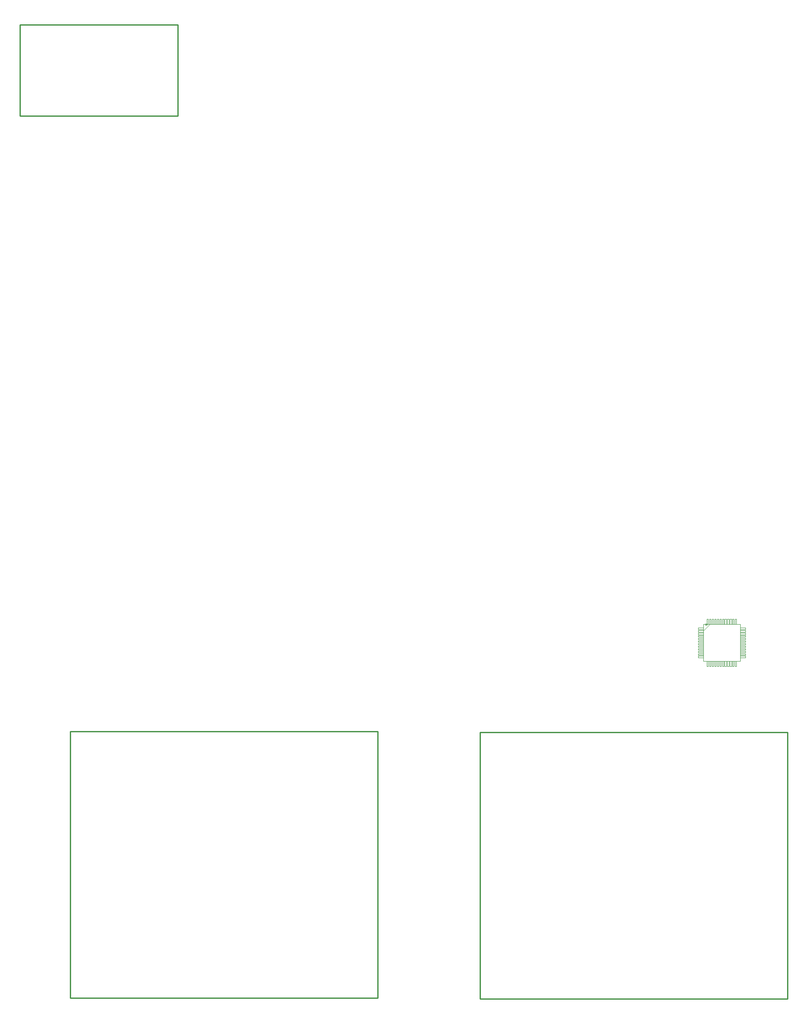
<source format=gbp>
G04*
G04 #@! TF.GenerationSoftware,Altium Limited,Altium NEXUS,2.1.5 (53)*
G04*
G04 Layer_Color=128*
%FSLAX44Y44*%
%MOMM*%
G71*
G01*
G75*
%ADD15C,0.2540*%
%ADD19C,0.0762*%
%ADD21C,0.0254*%
D15*
X700050Y91536D02*
Y611536D01*
X100050Y91536D02*
Y611536D01*
X700050D01*
X100050Y91536D02*
X700050D01*
X1372Y1812090D02*
Y1990090D01*
Y1812090D02*
X309372D01*
Y1990090D01*
X1372D02*
X309372D01*
X900000Y610000D02*
X1500000D01*
X900000Y90000D02*
X1500000D01*
Y610000D01*
X900000Y90000D02*
Y610000D01*
D19*
X1341232Y822796D02*
Y818261D01*
X1339342Y821662D02*
X1343121Y819395D01*
Y821662D02*
X1339342Y819395D01*
D21*
X1397703Y820928D02*
X1400497D01*
Y830834D01*
X1397703D02*
X1400497D01*
X1397703Y820928D02*
Y830834D01*
X1392703Y820928D02*
X1395497D01*
Y830834D01*
X1392703D02*
X1395497D01*
X1392703Y820928D02*
Y830834D01*
X1387703Y820928D02*
X1390497D01*
Y830834D01*
X1387703D02*
X1390497D01*
X1387703Y820928D02*
Y830834D01*
X1382703Y820928D02*
X1385497D01*
Y830834D01*
X1382703D02*
X1385497D01*
X1382703Y820928D02*
Y830834D01*
X1377703Y820928D02*
X1380497D01*
Y830834D01*
X1377703D02*
X1380497D01*
X1377703Y820928D02*
Y830834D01*
X1372703Y820928D02*
X1375497D01*
Y830834D01*
X1372703D02*
X1375497D01*
X1372703Y820928D02*
Y830834D01*
X1367703Y820928D02*
X1370497D01*
Y830834D01*
X1367703D02*
X1370497D01*
X1367703Y820928D02*
Y830834D01*
X1362703Y820928D02*
X1365497D01*
Y830834D01*
X1362703D02*
X1365497D01*
X1362703Y820928D02*
Y830834D01*
X1357703Y820928D02*
X1360497D01*
Y830834D01*
X1357703D02*
X1360497D01*
X1357703Y820928D02*
Y830834D01*
X1352703Y820928D02*
X1355497D01*
Y830834D01*
X1352703D02*
X1355497D01*
X1352703Y820928D02*
Y830834D01*
X1347703Y820928D02*
X1350497D01*
Y830834D01*
X1347703D02*
X1350497D01*
X1347703Y820928D02*
Y830834D01*
X1342703Y820928D02*
X1345497D01*
Y830834D01*
X1342703D02*
X1345497D01*
X1342703Y820928D02*
Y830834D01*
X1335532Y810963D02*
Y813757D01*
X1325626D02*
X1335532D01*
X1325626Y810963D02*
Y813757D01*
Y810963D02*
X1335532D01*
Y805963D02*
Y808757D01*
X1325626D02*
X1335532D01*
X1325626Y805963D02*
Y808757D01*
Y805963D02*
X1335532D01*
Y800963D02*
Y803757D01*
X1325626D02*
X1335532D01*
X1325626Y800963D02*
Y803757D01*
Y800963D02*
X1335532D01*
Y795963D02*
Y798757D01*
X1325626D02*
X1335532D01*
X1325626Y795963D02*
Y798757D01*
Y795963D02*
X1335532D01*
Y790963D02*
Y793757D01*
X1325626D02*
X1335532D01*
X1325626Y790963D02*
Y793757D01*
Y790963D02*
X1335532D01*
Y785963D02*
Y788757D01*
X1325626D02*
X1335532D01*
X1325626Y785963D02*
Y788757D01*
Y785963D02*
X1335532D01*
Y780963D02*
Y783757D01*
X1325626D02*
X1335532D01*
X1325626Y780963D02*
Y783757D01*
Y780963D02*
X1335532D01*
Y775963D02*
Y778757D01*
X1325626D02*
X1335532D01*
X1325626Y775963D02*
Y778757D01*
Y775963D02*
X1335532D01*
Y770963D02*
Y773757D01*
X1325626D02*
X1335532D01*
X1325626Y770963D02*
Y773757D01*
Y770963D02*
X1335532D01*
Y765963D02*
Y768757D01*
X1325626D02*
X1335532D01*
X1325626Y765963D02*
Y768757D01*
Y765963D02*
X1335532D01*
Y760963D02*
Y763757D01*
X1325626D02*
X1335532D01*
X1325626Y760963D02*
Y763757D01*
Y760963D02*
X1335532D01*
Y755963D02*
Y758757D01*
X1325626D02*
X1335532D01*
X1325626Y755963D02*
Y758757D01*
Y755963D02*
X1335532D01*
X1342703Y748792D02*
X1345497D01*
X1342703Y738886D02*
Y748792D01*
Y738886D02*
X1345497D01*
Y748792D01*
X1347703D02*
X1350497D01*
X1347703Y738886D02*
Y748792D01*
Y738886D02*
X1350497D01*
Y748792D01*
X1352703D02*
X1355497D01*
X1352703Y738886D02*
Y748792D01*
Y738886D02*
X1355497D01*
Y748792D01*
X1357703D02*
X1360497D01*
X1357703Y738886D02*
Y748792D01*
Y738886D02*
X1360497D01*
Y748792D01*
X1362703D02*
X1365497D01*
X1362703Y738886D02*
Y748792D01*
Y738886D02*
X1365497D01*
Y748792D01*
X1367703D02*
X1370497D01*
X1367703Y738886D02*
Y748792D01*
Y738886D02*
X1370497D01*
Y748792D01*
X1372703D02*
X1375497D01*
X1372703Y738886D02*
Y748792D01*
Y738886D02*
X1375497D01*
Y748792D01*
X1377703D02*
X1380497D01*
X1377703Y738886D02*
Y748792D01*
Y738886D02*
X1380497D01*
Y748792D01*
X1382703D02*
X1385497D01*
X1382703Y738886D02*
Y748792D01*
Y738886D02*
X1385497D01*
Y748792D01*
X1387703D02*
X1390497D01*
X1387703Y738886D02*
Y748792D01*
Y738886D02*
X1390497D01*
Y748792D01*
X1392703D02*
X1395497D01*
X1392703Y738886D02*
Y748792D01*
Y738886D02*
X1395497D01*
Y748792D01*
X1397703D02*
X1400497D01*
X1397703Y738886D02*
Y748792D01*
Y738886D02*
X1400497D01*
Y748792D01*
X1407668Y755963D02*
Y758757D01*
Y755963D02*
X1417574D01*
Y758757D01*
X1407668D02*
X1417574D01*
X1407668Y760963D02*
Y763757D01*
Y760963D02*
X1417574D01*
Y763757D01*
X1407668D02*
X1417574D01*
X1407668Y765963D02*
Y768757D01*
Y765963D02*
X1417574D01*
Y768757D01*
X1407668D02*
X1417574D01*
X1407668Y770963D02*
Y773757D01*
Y770963D02*
X1417574D01*
Y773757D01*
X1407668D02*
X1417574D01*
X1407668Y775963D02*
Y778757D01*
Y775963D02*
X1417574D01*
Y778757D01*
X1407668D02*
X1417574D01*
X1407668Y780963D02*
Y783757D01*
Y780963D02*
X1417574D01*
Y783757D01*
X1407668D02*
X1417574D01*
X1407668Y785963D02*
Y788757D01*
Y785963D02*
X1417574D01*
Y788757D01*
X1407668D02*
X1417574D01*
X1407668Y790963D02*
Y793757D01*
Y790963D02*
X1417574D01*
Y793757D01*
X1407668D02*
X1417574D01*
X1407668Y795963D02*
Y798757D01*
Y795963D02*
X1417574D01*
Y798757D01*
X1407668D02*
X1417574D01*
X1407668Y800963D02*
Y803757D01*
Y800963D02*
X1417574D01*
Y803757D01*
X1407668D02*
X1417574D01*
X1407668Y805963D02*
Y808757D01*
Y805963D02*
X1417574D01*
Y808757D01*
X1407668D02*
X1417574D01*
X1407668Y810963D02*
Y813757D01*
Y810963D02*
X1417574D01*
Y813757D01*
X1407668D02*
X1417574D01*
X1335532Y808228D02*
X1348232Y820928D01*
X1335532Y748792D02*
X1407668D01*
Y820928D01*
X1335532D02*
X1407668D01*
X1335532Y748792D02*
Y820928D01*
M02*

</source>
